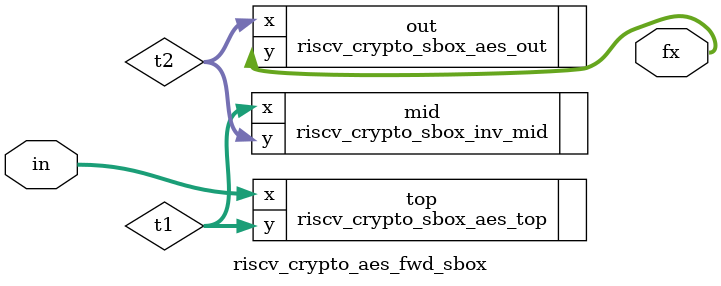
<source format=sv>

/*

    Non-hardened combinatorial logic for AES, inverse AES, and SM4 S-Boxes.

    Each S-Box has a nonlinear middle layer sandwitched between linear
    top and bottom layers. In this version the top ("inner") layer expands
    8 bits to 21 bits while the bottom layer compresses 18 bits back to 8.

    Overall structure and AES and AES^-1 slightly modified from [BoPe12].
    SM4 top and bottom layers by Markku-Juhani O. Saarinen, January 2020.

    The middle layer is common between all; the beneficiality of muxing it
    depends on target. Currently we are not doing it.

    How? Because all of these are "Nyberg S-boxes" [Ny93]; built from a
    multiplicative inverse in GF(256) and are therefore affine isomorphic.

    [BoPe12] Boyar J., Peralta R. "A Small Depth-16 Circuit for the AES
    S-Box." Proc.SEC 2012. IFIP AICT 376. Springer, pp. 287-298 (2012)
    DOI: https://doi.org/10.1007/978-3-642-30436-1_24
    Preprint: https://eprint.iacr.org/2011/332.pdf

    [Ny93] Nyberg K., "Differentially Uniform Mappings for Cryptography",
    Proc. EUROCRYPT '93, LNCS 765, Springer, pp. 55-64 (1993)
    DOI: https://doi.org/10.1007/3-540-48285-7_6

*/

//
// Forward AES SBox
module riscv_crypto_aes_fwd_sbox (
    output [7:0] fx,
    input  [7:0] in
);

    wire [20:0] t1;
    wire [17:0] t2;

    riscv_crypto_sbox_aes_top top ( .y(t1), .x(in) );
    riscv_crypto_sbox_inv_mid mid ( .y(t2), .x(t1) );
    riscv_crypto_sbox_aes_out out ( .y(fx), .x(t2) );

endmodule

</source>
